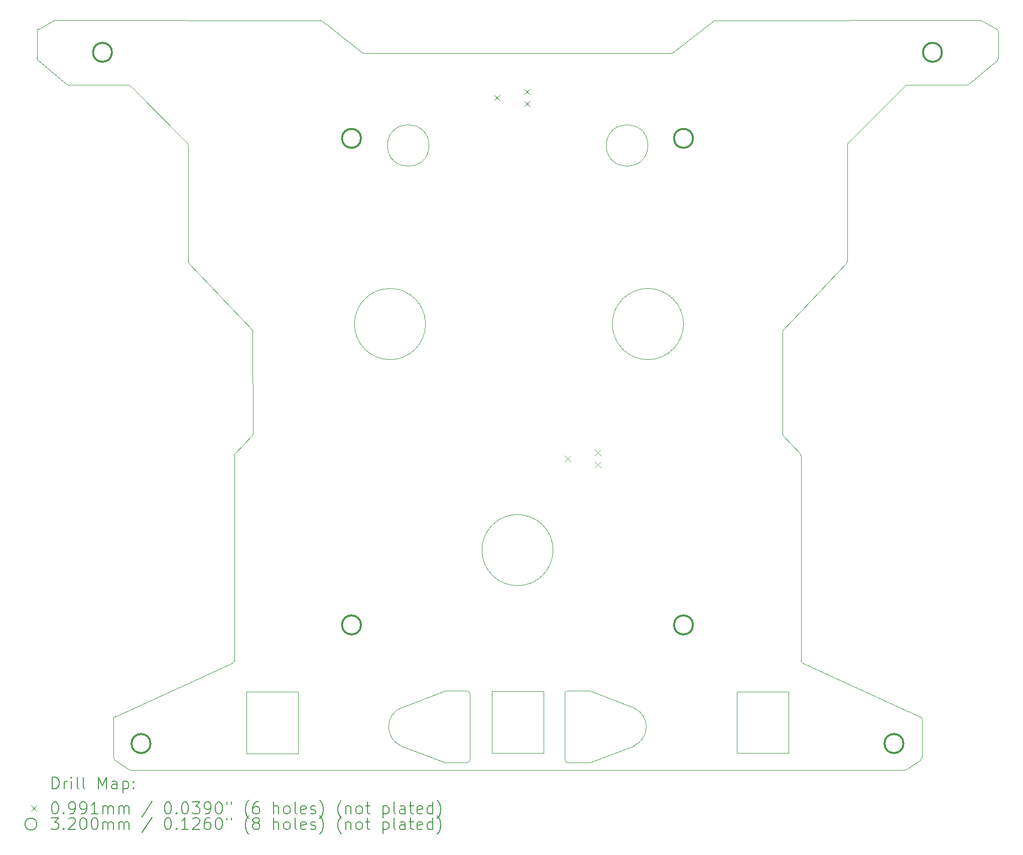
<source format=gbr>
%TF.GenerationSoftware,KiCad,Pcbnew,9.0.0*%
%TF.CreationDate,2025-03-18T22:36:04-07:00*%
%TF.ProjectId,steering wheel v4,73746565-7269-46e6-9720-776865656c20,B*%
%TF.SameCoordinates,Original*%
%TF.FileFunction,Drillmap*%
%TF.FilePolarity,Positive*%
%FSLAX45Y45*%
G04 Gerber Fmt 4.5, Leading zero omitted, Abs format (unit mm)*
G04 Created by KiCad (PCBNEW 9.0.0) date 2025-03-18 22:36:04*
%MOMM*%
%LPD*%
G01*
G04 APERTURE LIST*
%ADD10C,0.050000*%
%ADD11C,0.200000*%
%ADD12C,0.100000*%
%ADD13C,0.320000*%
G04 APERTURE END LIST*
D10*
X10709954Y-7767673D02*
G75*
G02*
X10723747Y-7801989I-36194J-34477D01*
G01*
X8670357Y-15200000D02*
X15195075Y-15200000D01*
X21728393Y-3665936D02*
X20767733Y-4626598D01*
X21728393Y-3665936D02*
G75*
G02*
X21763748Y-3651290I35357J-35354D01*
G01*
X14392000Y-15021221D02*
X14392000Y-13911221D01*
X20753088Y-4661952D02*
X20753088Y-6621239D01*
X22013038Y-14340931D02*
X22013038Y-14987505D01*
X7087112Y-2750819D02*
G75*
G02*
X7112971Y-2707036I49998J-1D01*
G01*
X22995149Y-2558644D02*
G75*
G02*
X23019324Y-2564857I31J-50017D01*
G01*
X20004776Y-13392137D02*
X21983799Y-14295446D01*
X20753088Y-4661952D02*
G75*
G02*
X20767734Y-4626597I49992J2D01*
G01*
X8670357Y-15200000D02*
G75*
G02*
X8642584Y-15191575I3J50000D01*
G01*
X7395000Y-2558644D02*
X11864912Y-2561530D01*
X17811605Y-3105691D02*
G75*
G02*
X17780820Y-3116291I-30785J39401D01*
G01*
X21747567Y-15191576D02*
G75*
G02*
X21719793Y-15199999I-27767J41556D01*
G01*
X22013038Y-14987505D02*
G75*
G02*
X21990813Y-15029084I-49998J-5D01*
G01*
X8377112Y-14340931D02*
G75*
G02*
X8406351Y-14295446I49998J2D01*
G01*
X22765042Y-3651291D02*
X21763748Y-3651291D01*
X19666402Y-7801989D02*
X19660605Y-9523879D01*
X13972680Y-13861000D02*
X14342030Y-13861221D01*
X13972680Y-15071000D02*
X14341970Y-15071221D01*
X21990812Y-15029082D02*
X21747567Y-15191576D01*
X19666402Y-7801989D02*
G75*
G02*
X19680194Y-7767670I50019J-171D01*
G01*
X23277180Y-2707034D02*
G75*
G02*
X23303036Y-2750819I-24130J-43776D01*
G01*
X20753088Y-6621239D02*
G75*
G02*
X20739293Y-6655724I-49998J-1D01*
G01*
X8399338Y-15029082D02*
X8642583Y-15191576D01*
X16040970Y-15071779D02*
G75*
G02*
X15991001Y-15021779I30J49999D01*
G01*
X16040970Y-15071779D02*
X16410320Y-15072000D01*
X23277180Y-2707034D02*
X23019324Y-2564858D01*
X15991000Y-13911779D02*
G75*
G02*
X16041030Y-13861780I50000J-1D01*
G01*
X10414612Y-13346651D02*
G75*
G02*
X10385374Y-13392137I-50002J1D01*
G01*
X10723748Y-7801989D02*
X10729545Y-9523879D01*
X19975538Y-9898607D02*
X19975538Y-13346651D01*
X12609329Y-3116291D02*
G75*
G02*
X12578545Y-3105691I1J50001D01*
G01*
X22995149Y-2558644D02*
X18525238Y-2561530D01*
X17391075Y-4669392D02*
G75*
G02*
X16691075Y-4669392I-350000J0D01*
G01*
X16691075Y-4669392D02*
G75*
G02*
X17391075Y-4669392I350000J0D01*
G01*
X18494486Y-2572131D02*
G75*
G02*
X18525238Y-2561530I30784J-39400D01*
G01*
X7370826Y-2564858D02*
G75*
G02*
X7395000Y-2558645I24134J-43762D01*
G01*
X9650856Y-6655724D02*
X10709954Y-7767673D01*
X19674178Y-9558298D02*
G75*
G02*
X19660606Y-9523879I36422J34248D01*
G01*
X10414612Y-9898607D02*
X10414612Y-13346651D01*
X7625107Y-3651291D02*
X8626402Y-3651291D01*
X22796905Y-3639824D02*
G75*
G02*
X22765042Y-3651292I-31866J38534D01*
G01*
X8377112Y-14340931D02*
X8377112Y-14987505D01*
X9622417Y-4626596D02*
G75*
G02*
X9637064Y-4661952I-35367J-35364D01*
G01*
X7105249Y-3236289D02*
X7593244Y-3639824D01*
X15792112Y-11488791D02*
G75*
G02*
X14592112Y-11488791I-600000J0D01*
G01*
X14592112Y-11488791D02*
G75*
G02*
X15792112Y-11488791I600000J0D01*
G01*
X23303038Y-3197757D02*
G75*
G02*
X23284899Y-3236287I-49988J-3D01*
G01*
X8661757Y-3665936D02*
X9622417Y-4626596D01*
X8399338Y-15029082D02*
G75*
G02*
X8377115Y-14987505I27772J41572D01*
G01*
X7625107Y-3651291D02*
G75*
G02*
X7593245Y-3639823I3J50001D01*
G01*
X10428186Y-9864355D02*
X10715971Y-9558298D01*
X13228680Y-14787000D02*
G75*
G02*
X13228680Y-14145000I140000J321000D01*
G01*
X7112970Y-2707034D02*
X7370826Y-2564858D01*
X16041030Y-13861779D02*
X16410320Y-13862000D01*
X20004776Y-13392137D02*
G75*
G02*
X19975538Y-13346651I20764J45487D01*
G01*
X23284901Y-3236289D02*
X22796905Y-3639824D01*
X13699075Y-4669392D02*
G75*
G02*
X12999075Y-4669392I-350000J0D01*
G01*
X12999075Y-4669392D02*
G75*
G02*
X13699075Y-4669392I350000J0D01*
G01*
X21719793Y-15200000D02*
X15195075Y-15200000D01*
X16410320Y-15072000D02*
X17154320Y-14788000D01*
X7087112Y-3197757D02*
X7087112Y-2750819D01*
X15991000Y-15021779D02*
X15991000Y-13911779D01*
X13642112Y-7678791D02*
G75*
G02*
X12442112Y-7678791I-600000J0D01*
G01*
X12442112Y-7678791D02*
G75*
G02*
X13642112Y-7678791I600000J0D01*
G01*
X17992112Y-7678791D02*
G75*
G02*
X16792112Y-7678791I-600000J0D01*
G01*
X16792112Y-7678791D02*
G75*
G02*
X17992112Y-7678791I600000J0D01*
G01*
X9650856Y-6655724D02*
G75*
G02*
X9637062Y-6621239I36204J34484D01*
G01*
X10729545Y-9523879D02*
G75*
G02*
X10715972Y-9558299I-49995J-171D01*
G01*
X10414612Y-9898607D02*
G75*
G02*
X10428188Y-9864357I49998J-3D01*
G01*
X20739293Y-6655724D02*
X19680196Y-7767673D01*
X14392000Y-15021221D02*
G75*
G02*
X14341970Y-15071220I-50000J1D01*
G01*
X9637062Y-4661952D02*
X9637062Y-6621239D01*
X11864912Y-2561530D02*
G75*
G02*
X11895664Y-2572130I-32J-50000D01*
G01*
X11895664Y-2572131D02*
X12578545Y-3105691D01*
X23303038Y-3197757D02*
X23303038Y-2750819D01*
X19961964Y-9864355D02*
X19674178Y-9558298D01*
X12609329Y-3116291D02*
X17780820Y-3116291D01*
X14342030Y-13861221D02*
G75*
G02*
X14391999Y-13911221I-30J-49999D01*
G01*
X13972680Y-15071000D02*
X13228680Y-14787000D01*
X17154320Y-14146000D02*
G75*
G02*
X17154320Y-14788000I-140000J-321000D01*
G01*
X16410320Y-13862000D02*
X17154320Y-14146000D01*
X13972680Y-13861000D02*
X13228680Y-14145000D01*
X7105249Y-3236289D02*
G75*
G02*
X7087110Y-3197757I31871J38539D01*
G01*
X10385374Y-13392137D02*
X8406351Y-14295446D01*
X18494486Y-2572131D02*
X17811605Y-3105691D01*
X21983799Y-14295446D02*
G75*
G02*
X22013038Y-14340931I-20759J-45484D01*
G01*
X8626402Y-3651291D02*
G75*
G02*
X8661756Y-3665937I-2J-49999D01*
G01*
X19961964Y-9864355D02*
G75*
G02*
X19975539Y-9898607I-36404J-34245D01*
G01*
X19764612Y-14908791D02*
X18894612Y-14908791D01*
X18894612Y-13873791D01*
X19764612Y-13873791D01*
X19764612Y-14908791D01*
X15629612Y-14906291D02*
X14759612Y-14906291D01*
X14759612Y-13871291D01*
X15629612Y-13871291D01*
X15629612Y-14906291D01*
X11494612Y-14913791D02*
X10624612Y-14913791D01*
X10624612Y-13878791D01*
X11494612Y-13878791D01*
X11494612Y-14913791D01*
D11*
D12*
X14796470Y-3813970D02*
X14895530Y-3913030D01*
X14895530Y-3813970D02*
X14796470Y-3913030D01*
X15304470Y-3712370D02*
X15403530Y-3811430D01*
X15403530Y-3712370D02*
X15304470Y-3811430D01*
X15304470Y-3915570D02*
X15403530Y-4014630D01*
X15403530Y-3915570D02*
X15304470Y-4014630D01*
X15992470Y-9898870D02*
X16091530Y-9997930D01*
X16091530Y-9898870D02*
X15992470Y-9997930D01*
X16500470Y-9797270D02*
X16599530Y-9896330D01*
X16599530Y-9797270D02*
X16500470Y-9896330D01*
X16500470Y-10000470D02*
X16599530Y-10099530D01*
X16599530Y-10000470D02*
X16500470Y-10099530D01*
D13*
X8352112Y-3098791D02*
G75*
G02*
X8032112Y-3098791I-160000J0D01*
G01*
X8032112Y-3098791D02*
G75*
G02*
X8352112Y-3098791I160000J0D01*
G01*
X9002112Y-14748791D02*
G75*
G02*
X8682112Y-14748791I-160000J0D01*
G01*
X8682112Y-14748791D02*
G75*
G02*
X9002112Y-14748791I160000J0D01*
G01*
X12552112Y-4548791D02*
G75*
G02*
X12232112Y-4548791I-160000J0D01*
G01*
X12232112Y-4548791D02*
G75*
G02*
X12552112Y-4548791I160000J0D01*
G01*
X12552112Y-12750000D02*
G75*
G02*
X12232112Y-12750000I-160000J0D01*
G01*
X12232112Y-12750000D02*
G75*
G02*
X12552112Y-12750000I160000J0D01*
G01*
X18152112Y-4548791D02*
G75*
G02*
X17832112Y-4548791I-160000J0D01*
G01*
X17832112Y-4548791D02*
G75*
G02*
X18152112Y-4548791I160000J0D01*
G01*
X18152112Y-12750000D02*
G75*
G02*
X17832112Y-12750000I-160000J0D01*
G01*
X17832112Y-12750000D02*
G75*
G02*
X18152112Y-12750000I160000J0D01*
G01*
X21702112Y-14748791D02*
G75*
G02*
X21382112Y-14748791I-160000J0D01*
G01*
X21382112Y-14748791D02*
G75*
G02*
X21702112Y-14748791I160000J0D01*
G01*
X22352112Y-3098791D02*
G75*
G02*
X22032112Y-3098791I-160000J0D01*
G01*
X22032112Y-3098791D02*
G75*
G02*
X22352112Y-3098791I160000J0D01*
G01*
D11*
X7345389Y-15513984D02*
X7345389Y-15313984D01*
X7345389Y-15313984D02*
X7393008Y-15313984D01*
X7393008Y-15313984D02*
X7421579Y-15323508D01*
X7421579Y-15323508D02*
X7440627Y-15342555D01*
X7440627Y-15342555D02*
X7450151Y-15361603D01*
X7450151Y-15361603D02*
X7459675Y-15399698D01*
X7459675Y-15399698D02*
X7459675Y-15428269D01*
X7459675Y-15428269D02*
X7450151Y-15466365D01*
X7450151Y-15466365D02*
X7440627Y-15485412D01*
X7440627Y-15485412D02*
X7421579Y-15504460D01*
X7421579Y-15504460D02*
X7393008Y-15513984D01*
X7393008Y-15513984D02*
X7345389Y-15513984D01*
X7545389Y-15513984D02*
X7545389Y-15380650D01*
X7545389Y-15418746D02*
X7554913Y-15399698D01*
X7554913Y-15399698D02*
X7564437Y-15390174D01*
X7564437Y-15390174D02*
X7583484Y-15380650D01*
X7583484Y-15380650D02*
X7602532Y-15380650D01*
X7669198Y-15513984D02*
X7669198Y-15380650D01*
X7669198Y-15313984D02*
X7659675Y-15323508D01*
X7659675Y-15323508D02*
X7669198Y-15333031D01*
X7669198Y-15333031D02*
X7678722Y-15323508D01*
X7678722Y-15323508D02*
X7669198Y-15313984D01*
X7669198Y-15313984D02*
X7669198Y-15333031D01*
X7793008Y-15513984D02*
X7773960Y-15504460D01*
X7773960Y-15504460D02*
X7764437Y-15485412D01*
X7764437Y-15485412D02*
X7764437Y-15313984D01*
X7897770Y-15513984D02*
X7878722Y-15504460D01*
X7878722Y-15504460D02*
X7869198Y-15485412D01*
X7869198Y-15485412D02*
X7869198Y-15313984D01*
X8126341Y-15513984D02*
X8126341Y-15313984D01*
X8126341Y-15313984D02*
X8193008Y-15456841D01*
X8193008Y-15456841D02*
X8259675Y-15313984D01*
X8259675Y-15313984D02*
X8259675Y-15513984D01*
X8440627Y-15513984D02*
X8440627Y-15409222D01*
X8440627Y-15409222D02*
X8431103Y-15390174D01*
X8431103Y-15390174D02*
X8412056Y-15380650D01*
X8412056Y-15380650D02*
X8373960Y-15380650D01*
X8373960Y-15380650D02*
X8354913Y-15390174D01*
X8440627Y-15504460D02*
X8421580Y-15513984D01*
X8421580Y-15513984D02*
X8373960Y-15513984D01*
X8373960Y-15513984D02*
X8354913Y-15504460D01*
X8354913Y-15504460D02*
X8345389Y-15485412D01*
X8345389Y-15485412D02*
X8345389Y-15466365D01*
X8345389Y-15466365D02*
X8354913Y-15447317D01*
X8354913Y-15447317D02*
X8373960Y-15437793D01*
X8373960Y-15437793D02*
X8421580Y-15437793D01*
X8421580Y-15437793D02*
X8440627Y-15428269D01*
X8535865Y-15380650D02*
X8535865Y-15580650D01*
X8535865Y-15390174D02*
X8554913Y-15380650D01*
X8554913Y-15380650D02*
X8593008Y-15380650D01*
X8593008Y-15380650D02*
X8612056Y-15390174D01*
X8612056Y-15390174D02*
X8621580Y-15399698D01*
X8621580Y-15399698D02*
X8631103Y-15418746D01*
X8631103Y-15418746D02*
X8631103Y-15475888D01*
X8631103Y-15475888D02*
X8621580Y-15494936D01*
X8621580Y-15494936D02*
X8612056Y-15504460D01*
X8612056Y-15504460D02*
X8593008Y-15513984D01*
X8593008Y-15513984D02*
X8554913Y-15513984D01*
X8554913Y-15513984D02*
X8535865Y-15504460D01*
X8716818Y-15494936D02*
X8726341Y-15504460D01*
X8726341Y-15504460D02*
X8716818Y-15513984D01*
X8716818Y-15513984D02*
X8707294Y-15504460D01*
X8707294Y-15504460D02*
X8716818Y-15494936D01*
X8716818Y-15494936D02*
X8716818Y-15513984D01*
X8716818Y-15390174D02*
X8726341Y-15399698D01*
X8726341Y-15399698D02*
X8716818Y-15409222D01*
X8716818Y-15409222D02*
X8707294Y-15399698D01*
X8707294Y-15399698D02*
X8716818Y-15390174D01*
X8716818Y-15390174D02*
X8716818Y-15409222D01*
D12*
X6985552Y-15792970D02*
X7084612Y-15892030D01*
X7084612Y-15792970D02*
X6985552Y-15892030D01*
D11*
X7383484Y-15733984D02*
X7402532Y-15733984D01*
X7402532Y-15733984D02*
X7421579Y-15743508D01*
X7421579Y-15743508D02*
X7431103Y-15753031D01*
X7431103Y-15753031D02*
X7440627Y-15772079D01*
X7440627Y-15772079D02*
X7450151Y-15810174D01*
X7450151Y-15810174D02*
X7450151Y-15857793D01*
X7450151Y-15857793D02*
X7440627Y-15895888D01*
X7440627Y-15895888D02*
X7431103Y-15914936D01*
X7431103Y-15914936D02*
X7421579Y-15924460D01*
X7421579Y-15924460D02*
X7402532Y-15933984D01*
X7402532Y-15933984D02*
X7383484Y-15933984D01*
X7383484Y-15933984D02*
X7364437Y-15924460D01*
X7364437Y-15924460D02*
X7354913Y-15914936D01*
X7354913Y-15914936D02*
X7345389Y-15895888D01*
X7345389Y-15895888D02*
X7335865Y-15857793D01*
X7335865Y-15857793D02*
X7335865Y-15810174D01*
X7335865Y-15810174D02*
X7345389Y-15772079D01*
X7345389Y-15772079D02*
X7354913Y-15753031D01*
X7354913Y-15753031D02*
X7364437Y-15743508D01*
X7364437Y-15743508D02*
X7383484Y-15733984D01*
X7535865Y-15914936D02*
X7545389Y-15924460D01*
X7545389Y-15924460D02*
X7535865Y-15933984D01*
X7535865Y-15933984D02*
X7526341Y-15924460D01*
X7526341Y-15924460D02*
X7535865Y-15914936D01*
X7535865Y-15914936D02*
X7535865Y-15933984D01*
X7640627Y-15933984D02*
X7678722Y-15933984D01*
X7678722Y-15933984D02*
X7697770Y-15924460D01*
X7697770Y-15924460D02*
X7707294Y-15914936D01*
X7707294Y-15914936D02*
X7726341Y-15886365D01*
X7726341Y-15886365D02*
X7735865Y-15848269D01*
X7735865Y-15848269D02*
X7735865Y-15772079D01*
X7735865Y-15772079D02*
X7726341Y-15753031D01*
X7726341Y-15753031D02*
X7716818Y-15743508D01*
X7716818Y-15743508D02*
X7697770Y-15733984D01*
X7697770Y-15733984D02*
X7659675Y-15733984D01*
X7659675Y-15733984D02*
X7640627Y-15743508D01*
X7640627Y-15743508D02*
X7631103Y-15753031D01*
X7631103Y-15753031D02*
X7621579Y-15772079D01*
X7621579Y-15772079D02*
X7621579Y-15819698D01*
X7621579Y-15819698D02*
X7631103Y-15838746D01*
X7631103Y-15838746D02*
X7640627Y-15848269D01*
X7640627Y-15848269D02*
X7659675Y-15857793D01*
X7659675Y-15857793D02*
X7697770Y-15857793D01*
X7697770Y-15857793D02*
X7716818Y-15848269D01*
X7716818Y-15848269D02*
X7726341Y-15838746D01*
X7726341Y-15838746D02*
X7735865Y-15819698D01*
X7831103Y-15933984D02*
X7869198Y-15933984D01*
X7869198Y-15933984D02*
X7888246Y-15924460D01*
X7888246Y-15924460D02*
X7897770Y-15914936D01*
X7897770Y-15914936D02*
X7916818Y-15886365D01*
X7916818Y-15886365D02*
X7926341Y-15848269D01*
X7926341Y-15848269D02*
X7926341Y-15772079D01*
X7926341Y-15772079D02*
X7916818Y-15753031D01*
X7916818Y-15753031D02*
X7907294Y-15743508D01*
X7907294Y-15743508D02*
X7888246Y-15733984D01*
X7888246Y-15733984D02*
X7850151Y-15733984D01*
X7850151Y-15733984D02*
X7831103Y-15743508D01*
X7831103Y-15743508D02*
X7821579Y-15753031D01*
X7821579Y-15753031D02*
X7812056Y-15772079D01*
X7812056Y-15772079D02*
X7812056Y-15819698D01*
X7812056Y-15819698D02*
X7821579Y-15838746D01*
X7821579Y-15838746D02*
X7831103Y-15848269D01*
X7831103Y-15848269D02*
X7850151Y-15857793D01*
X7850151Y-15857793D02*
X7888246Y-15857793D01*
X7888246Y-15857793D02*
X7907294Y-15848269D01*
X7907294Y-15848269D02*
X7916818Y-15838746D01*
X7916818Y-15838746D02*
X7926341Y-15819698D01*
X8116818Y-15933984D02*
X8002532Y-15933984D01*
X8059675Y-15933984D02*
X8059675Y-15733984D01*
X8059675Y-15733984D02*
X8040627Y-15762555D01*
X8040627Y-15762555D02*
X8021579Y-15781603D01*
X8021579Y-15781603D02*
X8002532Y-15791127D01*
X8202532Y-15933984D02*
X8202532Y-15800650D01*
X8202532Y-15819698D02*
X8212056Y-15810174D01*
X8212056Y-15810174D02*
X8231103Y-15800650D01*
X8231103Y-15800650D02*
X8259675Y-15800650D01*
X8259675Y-15800650D02*
X8278722Y-15810174D01*
X8278722Y-15810174D02*
X8288246Y-15829222D01*
X8288246Y-15829222D02*
X8288246Y-15933984D01*
X8288246Y-15829222D02*
X8297770Y-15810174D01*
X8297770Y-15810174D02*
X8316818Y-15800650D01*
X8316818Y-15800650D02*
X8345389Y-15800650D01*
X8345389Y-15800650D02*
X8364437Y-15810174D01*
X8364437Y-15810174D02*
X8373960Y-15829222D01*
X8373960Y-15829222D02*
X8373960Y-15933984D01*
X8469199Y-15933984D02*
X8469199Y-15800650D01*
X8469199Y-15819698D02*
X8478722Y-15810174D01*
X8478722Y-15810174D02*
X8497770Y-15800650D01*
X8497770Y-15800650D02*
X8526342Y-15800650D01*
X8526342Y-15800650D02*
X8545389Y-15810174D01*
X8545389Y-15810174D02*
X8554913Y-15829222D01*
X8554913Y-15829222D02*
X8554913Y-15933984D01*
X8554913Y-15829222D02*
X8564437Y-15810174D01*
X8564437Y-15810174D02*
X8583484Y-15800650D01*
X8583484Y-15800650D02*
X8612056Y-15800650D01*
X8612056Y-15800650D02*
X8631103Y-15810174D01*
X8631103Y-15810174D02*
X8640627Y-15829222D01*
X8640627Y-15829222D02*
X8640627Y-15933984D01*
X9031103Y-15724460D02*
X8859675Y-15981603D01*
X9288246Y-15733984D02*
X9307294Y-15733984D01*
X9307294Y-15733984D02*
X9326342Y-15743508D01*
X9326342Y-15743508D02*
X9335865Y-15753031D01*
X9335865Y-15753031D02*
X9345389Y-15772079D01*
X9345389Y-15772079D02*
X9354913Y-15810174D01*
X9354913Y-15810174D02*
X9354913Y-15857793D01*
X9354913Y-15857793D02*
X9345389Y-15895888D01*
X9345389Y-15895888D02*
X9335865Y-15914936D01*
X9335865Y-15914936D02*
X9326342Y-15924460D01*
X9326342Y-15924460D02*
X9307294Y-15933984D01*
X9307294Y-15933984D02*
X9288246Y-15933984D01*
X9288246Y-15933984D02*
X9269199Y-15924460D01*
X9269199Y-15924460D02*
X9259675Y-15914936D01*
X9259675Y-15914936D02*
X9250151Y-15895888D01*
X9250151Y-15895888D02*
X9240627Y-15857793D01*
X9240627Y-15857793D02*
X9240627Y-15810174D01*
X9240627Y-15810174D02*
X9250151Y-15772079D01*
X9250151Y-15772079D02*
X9259675Y-15753031D01*
X9259675Y-15753031D02*
X9269199Y-15743508D01*
X9269199Y-15743508D02*
X9288246Y-15733984D01*
X9440627Y-15914936D02*
X9450151Y-15924460D01*
X9450151Y-15924460D02*
X9440627Y-15933984D01*
X9440627Y-15933984D02*
X9431104Y-15924460D01*
X9431104Y-15924460D02*
X9440627Y-15914936D01*
X9440627Y-15914936D02*
X9440627Y-15933984D01*
X9573961Y-15733984D02*
X9593008Y-15733984D01*
X9593008Y-15733984D02*
X9612056Y-15743508D01*
X9612056Y-15743508D02*
X9621580Y-15753031D01*
X9621580Y-15753031D02*
X9631104Y-15772079D01*
X9631104Y-15772079D02*
X9640627Y-15810174D01*
X9640627Y-15810174D02*
X9640627Y-15857793D01*
X9640627Y-15857793D02*
X9631104Y-15895888D01*
X9631104Y-15895888D02*
X9621580Y-15914936D01*
X9621580Y-15914936D02*
X9612056Y-15924460D01*
X9612056Y-15924460D02*
X9593008Y-15933984D01*
X9593008Y-15933984D02*
X9573961Y-15933984D01*
X9573961Y-15933984D02*
X9554913Y-15924460D01*
X9554913Y-15924460D02*
X9545389Y-15914936D01*
X9545389Y-15914936D02*
X9535865Y-15895888D01*
X9535865Y-15895888D02*
X9526342Y-15857793D01*
X9526342Y-15857793D02*
X9526342Y-15810174D01*
X9526342Y-15810174D02*
X9535865Y-15772079D01*
X9535865Y-15772079D02*
X9545389Y-15753031D01*
X9545389Y-15753031D02*
X9554913Y-15743508D01*
X9554913Y-15743508D02*
X9573961Y-15733984D01*
X9707294Y-15733984D02*
X9831104Y-15733984D01*
X9831104Y-15733984D02*
X9764437Y-15810174D01*
X9764437Y-15810174D02*
X9793008Y-15810174D01*
X9793008Y-15810174D02*
X9812056Y-15819698D01*
X9812056Y-15819698D02*
X9821580Y-15829222D01*
X9821580Y-15829222D02*
X9831104Y-15848269D01*
X9831104Y-15848269D02*
X9831104Y-15895888D01*
X9831104Y-15895888D02*
X9821580Y-15914936D01*
X9821580Y-15914936D02*
X9812056Y-15924460D01*
X9812056Y-15924460D02*
X9793008Y-15933984D01*
X9793008Y-15933984D02*
X9735865Y-15933984D01*
X9735865Y-15933984D02*
X9716818Y-15924460D01*
X9716818Y-15924460D02*
X9707294Y-15914936D01*
X9926342Y-15933984D02*
X9964437Y-15933984D01*
X9964437Y-15933984D02*
X9983485Y-15924460D01*
X9983485Y-15924460D02*
X9993008Y-15914936D01*
X9993008Y-15914936D02*
X10012056Y-15886365D01*
X10012056Y-15886365D02*
X10021580Y-15848269D01*
X10021580Y-15848269D02*
X10021580Y-15772079D01*
X10021580Y-15772079D02*
X10012056Y-15753031D01*
X10012056Y-15753031D02*
X10002532Y-15743508D01*
X10002532Y-15743508D02*
X9983485Y-15733984D01*
X9983485Y-15733984D02*
X9945389Y-15733984D01*
X9945389Y-15733984D02*
X9926342Y-15743508D01*
X9926342Y-15743508D02*
X9916818Y-15753031D01*
X9916818Y-15753031D02*
X9907294Y-15772079D01*
X9907294Y-15772079D02*
X9907294Y-15819698D01*
X9907294Y-15819698D02*
X9916818Y-15838746D01*
X9916818Y-15838746D02*
X9926342Y-15848269D01*
X9926342Y-15848269D02*
X9945389Y-15857793D01*
X9945389Y-15857793D02*
X9983485Y-15857793D01*
X9983485Y-15857793D02*
X10002532Y-15848269D01*
X10002532Y-15848269D02*
X10012056Y-15838746D01*
X10012056Y-15838746D02*
X10021580Y-15819698D01*
X10145389Y-15733984D02*
X10164437Y-15733984D01*
X10164437Y-15733984D02*
X10183485Y-15743508D01*
X10183485Y-15743508D02*
X10193008Y-15753031D01*
X10193008Y-15753031D02*
X10202532Y-15772079D01*
X10202532Y-15772079D02*
X10212056Y-15810174D01*
X10212056Y-15810174D02*
X10212056Y-15857793D01*
X10212056Y-15857793D02*
X10202532Y-15895888D01*
X10202532Y-15895888D02*
X10193008Y-15914936D01*
X10193008Y-15914936D02*
X10183485Y-15924460D01*
X10183485Y-15924460D02*
X10164437Y-15933984D01*
X10164437Y-15933984D02*
X10145389Y-15933984D01*
X10145389Y-15933984D02*
X10126342Y-15924460D01*
X10126342Y-15924460D02*
X10116818Y-15914936D01*
X10116818Y-15914936D02*
X10107294Y-15895888D01*
X10107294Y-15895888D02*
X10097770Y-15857793D01*
X10097770Y-15857793D02*
X10097770Y-15810174D01*
X10097770Y-15810174D02*
X10107294Y-15772079D01*
X10107294Y-15772079D02*
X10116818Y-15753031D01*
X10116818Y-15753031D02*
X10126342Y-15743508D01*
X10126342Y-15743508D02*
X10145389Y-15733984D01*
X10288246Y-15733984D02*
X10288246Y-15772079D01*
X10364437Y-15733984D02*
X10364437Y-15772079D01*
X10659675Y-16010174D02*
X10650151Y-16000650D01*
X10650151Y-16000650D02*
X10631104Y-15972079D01*
X10631104Y-15972079D02*
X10621580Y-15953031D01*
X10621580Y-15953031D02*
X10612056Y-15924460D01*
X10612056Y-15924460D02*
X10602532Y-15876841D01*
X10602532Y-15876841D02*
X10602532Y-15838746D01*
X10602532Y-15838746D02*
X10612056Y-15791127D01*
X10612056Y-15791127D02*
X10621580Y-15762555D01*
X10621580Y-15762555D02*
X10631104Y-15743508D01*
X10631104Y-15743508D02*
X10650151Y-15714936D01*
X10650151Y-15714936D02*
X10659675Y-15705412D01*
X10821580Y-15733984D02*
X10783485Y-15733984D01*
X10783485Y-15733984D02*
X10764437Y-15743508D01*
X10764437Y-15743508D02*
X10754913Y-15753031D01*
X10754913Y-15753031D02*
X10735866Y-15781603D01*
X10735866Y-15781603D02*
X10726342Y-15819698D01*
X10726342Y-15819698D02*
X10726342Y-15895888D01*
X10726342Y-15895888D02*
X10735866Y-15914936D01*
X10735866Y-15914936D02*
X10745389Y-15924460D01*
X10745389Y-15924460D02*
X10764437Y-15933984D01*
X10764437Y-15933984D02*
X10802532Y-15933984D01*
X10802532Y-15933984D02*
X10821580Y-15924460D01*
X10821580Y-15924460D02*
X10831104Y-15914936D01*
X10831104Y-15914936D02*
X10840627Y-15895888D01*
X10840627Y-15895888D02*
X10840627Y-15848269D01*
X10840627Y-15848269D02*
X10831104Y-15829222D01*
X10831104Y-15829222D02*
X10821580Y-15819698D01*
X10821580Y-15819698D02*
X10802532Y-15810174D01*
X10802532Y-15810174D02*
X10764437Y-15810174D01*
X10764437Y-15810174D02*
X10745389Y-15819698D01*
X10745389Y-15819698D02*
X10735866Y-15829222D01*
X10735866Y-15829222D02*
X10726342Y-15848269D01*
X11078723Y-15933984D02*
X11078723Y-15733984D01*
X11164437Y-15933984D02*
X11164437Y-15829222D01*
X11164437Y-15829222D02*
X11154913Y-15810174D01*
X11154913Y-15810174D02*
X11135866Y-15800650D01*
X11135866Y-15800650D02*
X11107294Y-15800650D01*
X11107294Y-15800650D02*
X11088247Y-15810174D01*
X11088247Y-15810174D02*
X11078723Y-15819698D01*
X11288246Y-15933984D02*
X11269199Y-15924460D01*
X11269199Y-15924460D02*
X11259675Y-15914936D01*
X11259675Y-15914936D02*
X11250151Y-15895888D01*
X11250151Y-15895888D02*
X11250151Y-15838746D01*
X11250151Y-15838746D02*
X11259675Y-15819698D01*
X11259675Y-15819698D02*
X11269199Y-15810174D01*
X11269199Y-15810174D02*
X11288246Y-15800650D01*
X11288246Y-15800650D02*
X11316818Y-15800650D01*
X11316818Y-15800650D02*
X11335866Y-15810174D01*
X11335866Y-15810174D02*
X11345389Y-15819698D01*
X11345389Y-15819698D02*
X11354913Y-15838746D01*
X11354913Y-15838746D02*
X11354913Y-15895888D01*
X11354913Y-15895888D02*
X11345389Y-15914936D01*
X11345389Y-15914936D02*
X11335866Y-15924460D01*
X11335866Y-15924460D02*
X11316818Y-15933984D01*
X11316818Y-15933984D02*
X11288246Y-15933984D01*
X11469199Y-15933984D02*
X11450151Y-15924460D01*
X11450151Y-15924460D02*
X11440627Y-15905412D01*
X11440627Y-15905412D02*
X11440627Y-15733984D01*
X11621580Y-15924460D02*
X11602532Y-15933984D01*
X11602532Y-15933984D02*
X11564437Y-15933984D01*
X11564437Y-15933984D02*
X11545389Y-15924460D01*
X11545389Y-15924460D02*
X11535866Y-15905412D01*
X11535866Y-15905412D02*
X11535866Y-15829222D01*
X11535866Y-15829222D02*
X11545389Y-15810174D01*
X11545389Y-15810174D02*
X11564437Y-15800650D01*
X11564437Y-15800650D02*
X11602532Y-15800650D01*
X11602532Y-15800650D02*
X11621580Y-15810174D01*
X11621580Y-15810174D02*
X11631104Y-15829222D01*
X11631104Y-15829222D02*
X11631104Y-15848269D01*
X11631104Y-15848269D02*
X11535866Y-15867317D01*
X11707294Y-15924460D02*
X11726342Y-15933984D01*
X11726342Y-15933984D02*
X11764437Y-15933984D01*
X11764437Y-15933984D02*
X11783485Y-15924460D01*
X11783485Y-15924460D02*
X11793008Y-15905412D01*
X11793008Y-15905412D02*
X11793008Y-15895888D01*
X11793008Y-15895888D02*
X11783485Y-15876841D01*
X11783485Y-15876841D02*
X11764437Y-15867317D01*
X11764437Y-15867317D02*
X11735866Y-15867317D01*
X11735866Y-15867317D02*
X11716818Y-15857793D01*
X11716818Y-15857793D02*
X11707294Y-15838746D01*
X11707294Y-15838746D02*
X11707294Y-15829222D01*
X11707294Y-15829222D02*
X11716818Y-15810174D01*
X11716818Y-15810174D02*
X11735866Y-15800650D01*
X11735866Y-15800650D02*
X11764437Y-15800650D01*
X11764437Y-15800650D02*
X11783485Y-15810174D01*
X11859675Y-16010174D02*
X11869199Y-16000650D01*
X11869199Y-16000650D02*
X11888247Y-15972079D01*
X11888247Y-15972079D02*
X11897770Y-15953031D01*
X11897770Y-15953031D02*
X11907294Y-15924460D01*
X11907294Y-15924460D02*
X11916818Y-15876841D01*
X11916818Y-15876841D02*
X11916818Y-15838746D01*
X11916818Y-15838746D02*
X11907294Y-15791127D01*
X11907294Y-15791127D02*
X11897770Y-15762555D01*
X11897770Y-15762555D02*
X11888247Y-15743508D01*
X11888247Y-15743508D02*
X11869199Y-15714936D01*
X11869199Y-15714936D02*
X11859675Y-15705412D01*
X12221580Y-16010174D02*
X12212056Y-16000650D01*
X12212056Y-16000650D02*
X12193008Y-15972079D01*
X12193008Y-15972079D02*
X12183485Y-15953031D01*
X12183485Y-15953031D02*
X12173961Y-15924460D01*
X12173961Y-15924460D02*
X12164437Y-15876841D01*
X12164437Y-15876841D02*
X12164437Y-15838746D01*
X12164437Y-15838746D02*
X12173961Y-15791127D01*
X12173961Y-15791127D02*
X12183485Y-15762555D01*
X12183485Y-15762555D02*
X12193008Y-15743508D01*
X12193008Y-15743508D02*
X12212056Y-15714936D01*
X12212056Y-15714936D02*
X12221580Y-15705412D01*
X12297770Y-15800650D02*
X12297770Y-15933984D01*
X12297770Y-15819698D02*
X12307294Y-15810174D01*
X12307294Y-15810174D02*
X12326342Y-15800650D01*
X12326342Y-15800650D02*
X12354913Y-15800650D01*
X12354913Y-15800650D02*
X12373961Y-15810174D01*
X12373961Y-15810174D02*
X12383485Y-15829222D01*
X12383485Y-15829222D02*
X12383485Y-15933984D01*
X12507294Y-15933984D02*
X12488247Y-15924460D01*
X12488247Y-15924460D02*
X12478723Y-15914936D01*
X12478723Y-15914936D02*
X12469199Y-15895888D01*
X12469199Y-15895888D02*
X12469199Y-15838746D01*
X12469199Y-15838746D02*
X12478723Y-15819698D01*
X12478723Y-15819698D02*
X12488247Y-15810174D01*
X12488247Y-15810174D02*
X12507294Y-15800650D01*
X12507294Y-15800650D02*
X12535866Y-15800650D01*
X12535866Y-15800650D02*
X12554913Y-15810174D01*
X12554913Y-15810174D02*
X12564437Y-15819698D01*
X12564437Y-15819698D02*
X12573961Y-15838746D01*
X12573961Y-15838746D02*
X12573961Y-15895888D01*
X12573961Y-15895888D02*
X12564437Y-15914936D01*
X12564437Y-15914936D02*
X12554913Y-15924460D01*
X12554913Y-15924460D02*
X12535866Y-15933984D01*
X12535866Y-15933984D02*
X12507294Y-15933984D01*
X12631104Y-15800650D02*
X12707294Y-15800650D01*
X12659675Y-15733984D02*
X12659675Y-15905412D01*
X12659675Y-15905412D02*
X12669199Y-15924460D01*
X12669199Y-15924460D02*
X12688247Y-15933984D01*
X12688247Y-15933984D02*
X12707294Y-15933984D01*
X12926342Y-15800650D02*
X12926342Y-16000650D01*
X12926342Y-15810174D02*
X12945389Y-15800650D01*
X12945389Y-15800650D02*
X12983485Y-15800650D01*
X12983485Y-15800650D02*
X13002532Y-15810174D01*
X13002532Y-15810174D02*
X13012056Y-15819698D01*
X13012056Y-15819698D02*
X13021580Y-15838746D01*
X13021580Y-15838746D02*
X13021580Y-15895888D01*
X13021580Y-15895888D02*
X13012056Y-15914936D01*
X13012056Y-15914936D02*
X13002532Y-15924460D01*
X13002532Y-15924460D02*
X12983485Y-15933984D01*
X12983485Y-15933984D02*
X12945389Y-15933984D01*
X12945389Y-15933984D02*
X12926342Y-15924460D01*
X13135866Y-15933984D02*
X13116818Y-15924460D01*
X13116818Y-15924460D02*
X13107294Y-15905412D01*
X13107294Y-15905412D02*
X13107294Y-15733984D01*
X13297770Y-15933984D02*
X13297770Y-15829222D01*
X13297770Y-15829222D02*
X13288247Y-15810174D01*
X13288247Y-15810174D02*
X13269199Y-15800650D01*
X13269199Y-15800650D02*
X13231104Y-15800650D01*
X13231104Y-15800650D02*
X13212056Y-15810174D01*
X13297770Y-15924460D02*
X13278723Y-15933984D01*
X13278723Y-15933984D02*
X13231104Y-15933984D01*
X13231104Y-15933984D02*
X13212056Y-15924460D01*
X13212056Y-15924460D02*
X13202532Y-15905412D01*
X13202532Y-15905412D02*
X13202532Y-15886365D01*
X13202532Y-15886365D02*
X13212056Y-15867317D01*
X13212056Y-15867317D02*
X13231104Y-15857793D01*
X13231104Y-15857793D02*
X13278723Y-15857793D01*
X13278723Y-15857793D02*
X13297770Y-15848269D01*
X13364437Y-15800650D02*
X13440628Y-15800650D01*
X13393009Y-15733984D02*
X13393009Y-15905412D01*
X13393009Y-15905412D02*
X13402532Y-15924460D01*
X13402532Y-15924460D02*
X13421580Y-15933984D01*
X13421580Y-15933984D02*
X13440628Y-15933984D01*
X13583485Y-15924460D02*
X13564437Y-15933984D01*
X13564437Y-15933984D02*
X13526342Y-15933984D01*
X13526342Y-15933984D02*
X13507294Y-15924460D01*
X13507294Y-15924460D02*
X13497770Y-15905412D01*
X13497770Y-15905412D02*
X13497770Y-15829222D01*
X13497770Y-15829222D02*
X13507294Y-15810174D01*
X13507294Y-15810174D02*
X13526342Y-15800650D01*
X13526342Y-15800650D02*
X13564437Y-15800650D01*
X13564437Y-15800650D02*
X13583485Y-15810174D01*
X13583485Y-15810174D02*
X13593009Y-15829222D01*
X13593009Y-15829222D02*
X13593009Y-15848269D01*
X13593009Y-15848269D02*
X13497770Y-15867317D01*
X13764437Y-15933984D02*
X13764437Y-15733984D01*
X13764437Y-15924460D02*
X13745390Y-15933984D01*
X13745390Y-15933984D02*
X13707294Y-15933984D01*
X13707294Y-15933984D02*
X13688247Y-15924460D01*
X13688247Y-15924460D02*
X13678723Y-15914936D01*
X13678723Y-15914936D02*
X13669199Y-15895888D01*
X13669199Y-15895888D02*
X13669199Y-15838746D01*
X13669199Y-15838746D02*
X13678723Y-15819698D01*
X13678723Y-15819698D02*
X13688247Y-15810174D01*
X13688247Y-15810174D02*
X13707294Y-15800650D01*
X13707294Y-15800650D02*
X13745390Y-15800650D01*
X13745390Y-15800650D02*
X13764437Y-15810174D01*
X13840628Y-16010174D02*
X13850151Y-16000650D01*
X13850151Y-16000650D02*
X13869199Y-15972079D01*
X13869199Y-15972079D02*
X13878723Y-15953031D01*
X13878723Y-15953031D02*
X13888247Y-15924460D01*
X13888247Y-15924460D02*
X13897770Y-15876841D01*
X13897770Y-15876841D02*
X13897770Y-15838746D01*
X13897770Y-15838746D02*
X13888247Y-15791127D01*
X13888247Y-15791127D02*
X13878723Y-15762555D01*
X13878723Y-15762555D02*
X13869199Y-15743508D01*
X13869199Y-15743508D02*
X13850151Y-15714936D01*
X13850151Y-15714936D02*
X13840628Y-15705412D01*
X7084612Y-16106500D02*
G75*
G02*
X6884612Y-16106500I-100000J0D01*
G01*
X6884612Y-16106500D02*
G75*
G02*
X7084612Y-16106500I100000J0D01*
G01*
X7326341Y-15997984D02*
X7450151Y-15997984D01*
X7450151Y-15997984D02*
X7383484Y-16074174D01*
X7383484Y-16074174D02*
X7412056Y-16074174D01*
X7412056Y-16074174D02*
X7431103Y-16083698D01*
X7431103Y-16083698D02*
X7440627Y-16093222D01*
X7440627Y-16093222D02*
X7450151Y-16112269D01*
X7450151Y-16112269D02*
X7450151Y-16159888D01*
X7450151Y-16159888D02*
X7440627Y-16178936D01*
X7440627Y-16178936D02*
X7431103Y-16188460D01*
X7431103Y-16188460D02*
X7412056Y-16197984D01*
X7412056Y-16197984D02*
X7354913Y-16197984D01*
X7354913Y-16197984D02*
X7335865Y-16188460D01*
X7335865Y-16188460D02*
X7326341Y-16178936D01*
X7535865Y-16178936D02*
X7545389Y-16188460D01*
X7545389Y-16188460D02*
X7535865Y-16197984D01*
X7535865Y-16197984D02*
X7526341Y-16188460D01*
X7526341Y-16188460D02*
X7535865Y-16178936D01*
X7535865Y-16178936D02*
X7535865Y-16197984D01*
X7621579Y-16017031D02*
X7631103Y-16007508D01*
X7631103Y-16007508D02*
X7650151Y-15997984D01*
X7650151Y-15997984D02*
X7697770Y-15997984D01*
X7697770Y-15997984D02*
X7716818Y-16007508D01*
X7716818Y-16007508D02*
X7726341Y-16017031D01*
X7726341Y-16017031D02*
X7735865Y-16036079D01*
X7735865Y-16036079D02*
X7735865Y-16055127D01*
X7735865Y-16055127D02*
X7726341Y-16083698D01*
X7726341Y-16083698D02*
X7612056Y-16197984D01*
X7612056Y-16197984D02*
X7735865Y-16197984D01*
X7859675Y-15997984D02*
X7878722Y-15997984D01*
X7878722Y-15997984D02*
X7897770Y-16007508D01*
X7897770Y-16007508D02*
X7907294Y-16017031D01*
X7907294Y-16017031D02*
X7916818Y-16036079D01*
X7916818Y-16036079D02*
X7926341Y-16074174D01*
X7926341Y-16074174D02*
X7926341Y-16121793D01*
X7926341Y-16121793D02*
X7916818Y-16159888D01*
X7916818Y-16159888D02*
X7907294Y-16178936D01*
X7907294Y-16178936D02*
X7897770Y-16188460D01*
X7897770Y-16188460D02*
X7878722Y-16197984D01*
X7878722Y-16197984D02*
X7859675Y-16197984D01*
X7859675Y-16197984D02*
X7840627Y-16188460D01*
X7840627Y-16188460D02*
X7831103Y-16178936D01*
X7831103Y-16178936D02*
X7821579Y-16159888D01*
X7821579Y-16159888D02*
X7812056Y-16121793D01*
X7812056Y-16121793D02*
X7812056Y-16074174D01*
X7812056Y-16074174D02*
X7821579Y-16036079D01*
X7821579Y-16036079D02*
X7831103Y-16017031D01*
X7831103Y-16017031D02*
X7840627Y-16007508D01*
X7840627Y-16007508D02*
X7859675Y-15997984D01*
X8050151Y-15997984D02*
X8069199Y-15997984D01*
X8069199Y-15997984D02*
X8088246Y-16007508D01*
X8088246Y-16007508D02*
X8097770Y-16017031D01*
X8097770Y-16017031D02*
X8107294Y-16036079D01*
X8107294Y-16036079D02*
X8116818Y-16074174D01*
X8116818Y-16074174D02*
X8116818Y-16121793D01*
X8116818Y-16121793D02*
X8107294Y-16159888D01*
X8107294Y-16159888D02*
X8097770Y-16178936D01*
X8097770Y-16178936D02*
X8088246Y-16188460D01*
X8088246Y-16188460D02*
X8069199Y-16197984D01*
X8069199Y-16197984D02*
X8050151Y-16197984D01*
X8050151Y-16197984D02*
X8031103Y-16188460D01*
X8031103Y-16188460D02*
X8021579Y-16178936D01*
X8021579Y-16178936D02*
X8012056Y-16159888D01*
X8012056Y-16159888D02*
X8002532Y-16121793D01*
X8002532Y-16121793D02*
X8002532Y-16074174D01*
X8002532Y-16074174D02*
X8012056Y-16036079D01*
X8012056Y-16036079D02*
X8021579Y-16017031D01*
X8021579Y-16017031D02*
X8031103Y-16007508D01*
X8031103Y-16007508D02*
X8050151Y-15997984D01*
X8202532Y-16197984D02*
X8202532Y-16064650D01*
X8202532Y-16083698D02*
X8212056Y-16074174D01*
X8212056Y-16074174D02*
X8231103Y-16064650D01*
X8231103Y-16064650D02*
X8259675Y-16064650D01*
X8259675Y-16064650D02*
X8278722Y-16074174D01*
X8278722Y-16074174D02*
X8288246Y-16093222D01*
X8288246Y-16093222D02*
X8288246Y-16197984D01*
X8288246Y-16093222D02*
X8297770Y-16074174D01*
X8297770Y-16074174D02*
X8316818Y-16064650D01*
X8316818Y-16064650D02*
X8345389Y-16064650D01*
X8345389Y-16064650D02*
X8364437Y-16074174D01*
X8364437Y-16074174D02*
X8373960Y-16093222D01*
X8373960Y-16093222D02*
X8373960Y-16197984D01*
X8469199Y-16197984D02*
X8469199Y-16064650D01*
X8469199Y-16083698D02*
X8478722Y-16074174D01*
X8478722Y-16074174D02*
X8497770Y-16064650D01*
X8497770Y-16064650D02*
X8526342Y-16064650D01*
X8526342Y-16064650D02*
X8545389Y-16074174D01*
X8545389Y-16074174D02*
X8554913Y-16093222D01*
X8554913Y-16093222D02*
X8554913Y-16197984D01*
X8554913Y-16093222D02*
X8564437Y-16074174D01*
X8564437Y-16074174D02*
X8583484Y-16064650D01*
X8583484Y-16064650D02*
X8612056Y-16064650D01*
X8612056Y-16064650D02*
X8631103Y-16074174D01*
X8631103Y-16074174D02*
X8640627Y-16093222D01*
X8640627Y-16093222D02*
X8640627Y-16197984D01*
X9031103Y-15988460D02*
X8859675Y-16245603D01*
X9288246Y-15997984D02*
X9307294Y-15997984D01*
X9307294Y-15997984D02*
X9326342Y-16007508D01*
X9326342Y-16007508D02*
X9335865Y-16017031D01*
X9335865Y-16017031D02*
X9345389Y-16036079D01*
X9345389Y-16036079D02*
X9354913Y-16074174D01*
X9354913Y-16074174D02*
X9354913Y-16121793D01*
X9354913Y-16121793D02*
X9345389Y-16159888D01*
X9345389Y-16159888D02*
X9335865Y-16178936D01*
X9335865Y-16178936D02*
X9326342Y-16188460D01*
X9326342Y-16188460D02*
X9307294Y-16197984D01*
X9307294Y-16197984D02*
X9288246Y-16197984D01*
X9288246Y-16197984D02*
X9269199Y-16188460D01*
X9269199Y-16188460D02*
X9259675Y-16178936D01*
X9259675Y-16178936D02*
X9250151Y-16159888D01*
X9250151Y-16159888D02*
X9240627Y-16121793D01*
X9240627Y-16121793D02*
X9240627Y-16074174D01*
X9240627Y-16074174D02*
X9250151Y-16036079D01*
X9250151Y-16036079D02*
X9259675Y-16017031D01*
X9259675Y-16017031D02*
X9269199Y-16007508D01*
X9269199Y-16007508D02*
X9288246Y-15997984D01*
X9440627Y-16178936D02*
X9450151Y-16188460D01*
X9450151Y-16188460D02*
X9440627Y-16197984D01*
X9440627Y-16197984D02*
X9431104Y-16188460D01*
X9431104Y-16188460D02*
X9440627Y-16178936D01*
X9440627Y-16178936D02*
X9440627Y-16197984D01*
X9640627Y-16197984D02*
X9526342Y-16197984D01*
X9583484Y-16197984D02*
X9583484Y-15997984D01*
X9583484Y-15997984D02*
X9564437Y-16026555D01*
X9564437Y-16026555D02*
X9545389Y-16045603D01*
X9545389Y-16045603D02*
X9526342Y-16055127D01*
X9716818Y-16017031D02*
X9726342Y-16007508D01*
X9726342Y-16007508D02*
X9745389Y-15997984D01*
X9745389Y-15997984D02*
X9793008Y-15997984D01*
X9793008Y-15997984D02*
X9812056Y-16007508D01*
X9812056Y-16007508D02*
X9821580Y-16017031D01*
X9821580Y-16017031D02*
X9831104Y-16036079D01*
X9831104Y-16036079D02*
X9831104Y-16055127D01*
X9831104Y-16055127D02*
X9821580Y-16083698D01*
X9821580Y-16083698D02*
X9707294Y-16197984D01*
X9707294Y-16197984D02*
X9831104Y-16197984D01*
X10002532Y-15997984D02*
X9964437Y-15997984D01*
X9964437Y-15997984D02*
X9945389Y-16007508D01*
X9945389Y-16007508D02*
X9935865Y-16017031D01*
X9935865Y-16017031D02*
X9916818Y-16045603D01*
X9916818Y-16045603D02*
X9907294Y-16083698D01*
X9907294Y-16083698D02*
X9907294Y-16159888D01*
X9907294Y-16159888D02*
X9916818Y-16178936D01*
X9916818Y-16178936D02*
X9926342Y-16188460D01*
X9926342Y-16188460D02*
X9945389Y-16197984D01*
X9945389Y-16197984D02*
X9983485Y-16197984D01*
X9983485Y-16197984D02*
X10002532Y-16188460D01*
X10002532Y-16188460D02*
X10012056Y-16178936D01*
X10012056Y-16178936D02*
X10021580Y-16159888D01*
X10021580Y-16159888D02*
X10021580Y-16112269D01*
X10021580Y-16112269D02*
X10012056Y-16093222D01*
X10012056Y-16093222D02*
X10002532Y-16083698D01*
X10002532Y-16083698D02*
X9983485Y-16074174D01*
X9983485Y-16074174D02*
X9945389Y-16074174D01*
X9945389Y-16074174D02*
X9926342Y-16083698D01*
X9926342Y-16083698D02*
X9916818Y-16093222D01*
X9916818Y-16093222D02*
X9907294Y-16112269D01*
X10145389Y-15997984D02*
X10164437Y-15997984D01*
X10164437Y-15997984D02*
X10183485Y-16007508D01*
X10183485Y-16007508D02*
X10193008Y-16017031D01*
X10193008Y-16017031D02*
X10202532Y-16036079D01*
X10202532Y-16036079D02*
X10212056Y-16074174D01*
X10212056Y-16074174D02*
X10212056Y-16121793D01*
X10212056Y-16121793D02*
X10202532Y-16159888D01*
X10202532Y-16159888D02*
X10193008Y-16178936D01*
X10193008Y-16178936D02*
X10183485Y-16188460D01*
X10183485Y-16188460D02*
X10164437Y-16197984D01*
X10164437Y-16197984D02*
X10145389Y-16197984D01*
X10145389Y-16197984D02*
X10126342Y-16188460D01*
X10126342Y-16188460D02*
X10116818Y-16178936D01*
X10116818Y-16178936D02*
X10107294Y-16159888D01*
X10107294Y-16159888D02*
X10097770Y-16121793D01*
X10097770Y-16121793D02*
X10097770Y-16074174D01*
X10097770Y-16074174D02*
X10107294Y-16036079D01*
X10107294Y-16036079D02*
X10116818Y-16017031D01*
X10116818Y-16017031D02*
X10126342Y-16007508D01*
X10126342Y-16007508D02*
X10145389Y-15997984D01*
X10288246Y-15997984D02*
X10288246Y-16036079D01*
X10364437Y-15997984D02*
X10364437Y-16036079D01*
X10659675Y-16274174D02*
X10650151Y-16264650D01*
X10650151Y-16264650D02*
X10631104Y-16236079D01*
X10631104Y-16236079D02*
X10621580Y-16217031D01*
X10621580Y-16217031D02*
X10612056Y-16188460D01*
X10612056Y-16188460D02*
X10602532Y-16140841D01*
X10602532Y-16140841D02*
X10602532Y-16102746D01*
X10602532Y-16102746D02*
X10612056Y-16055127D01*
X10612056Y-16055127D02*
X10621580Y-16026555D01*
X10621580Y-16026555D02*
X10631104Y-16007508D01*
X10631104Y-16007508D02*
X10650151Y-15978936D01*
X10650151Y-15978936D02*
X10659675Y-15969412D01*
X10764437Y-16083698D02*
X10745389Y-16074174D01*
X10745389Y-16074174D02*
X10735866Y-16064650D01*
X10735866Y-16064650D02*
X10726342Y-16045603D01*
X10726342Y-16045603D02*
X10726342Y-16036079D01*
X10726342Y-16036079D02*
X10735866Y-16017031D01*
X10735866Y-16017031D02*
X10745389Y-16007508D01*
X10745389Y-16007508D02*
X10764437Y-15997984D01*
X10764437Y-15997984D02*
X10802532Y-15997984D01*
X10802532Y-15997984D02*
X10821580Y-16007508D01*
X10821580Y-16007508D02*
X10831104Y-16017031D01*
X10831104Y-16017031D02*
X10840627Y-16036079D01*
X10840627Y-16036079D02*
X10840627Y-16045603D01*
X10840627Y-16045603D02*
X10831104Y-16064650D01*
X10831104Y-16064650D02*
X10821580Y-16074174D01*
X10821580Y-16074174D02*
X10802532Y-16083698D01*
X10802532Y-16083698D02*
X10764437Y-16083698D01*
X10764437Y-16083698D02*
X10745389Y-16093222D01*
X10745389Y-16093222D02*
X10735866Y-16102746D01*
X10735866Y-16102746D02*
X10726342Y-16121793D01*
X10726342Y-16121793D02*
X10726342Y-16159888D01*
X10726342Y-16159888D02*
X10735866Y-16178936D01*
X10735866Y-16178936D02*
X10745389Y-16188460D01*
X10745389Y-16188460D02*
X10764437Y-16197984D01*
X10764437Y-16197984D02*
X10802532Y-16197984D01*
X10802532Y-16197984D02*
X10821580Y-16188460D01*
X10821580Y-16188460D02*
X10831104Y-16178936D01*
X10831104Y-16178936D02*
X10840627Y-16159888D01*
X10840627Y-16159888D02*
X10840627Y-16121793D01*
X10840627Y-16121793D02*
X10831104Y-16102746D01*
X10831104Y-16102746D02*
X10821580Y-16093222D01*
X10821580Y-16093222D02*
X10802532Y-16083698D01*
X11078723Y-16197984D02*
X11078723Y-15997984D01*
X11164437Y-16197984D02*
X11164437Y-16093222D01*
X11164437Y-16093222D02*
X11154913Y-16074174D01*
X11154913Y-16074174D02*
X11135866Y-16064650D01*
X11135866Y-16064650D02*
X11107294Y-16064650D01*
X11107294Y-16064650D02*
X11088247Y-16074174D01*
X11088247Y-16074174D02*
X11078723Y-16083698D01*
X11288246Y-16197984D02*
X11269199Y-16188460D01*
X11269199Y-16188460D02*
X11259675Y-16178936D01*
X11259675Y-16178936D02*
X11250151Y-16159888D01*
X11250151Y-16159888D02*
X11250151Y-16102746D01*
X11250151Y-16102746D02*
X11259675Y-16083698D01*
X11259675Y-16083698D02*
X11269199Y-16074174D01*
X11269199Y-16074174D02*
X11288246Y-16064650D01*
X11288246Y-16064650D02*
X11316818Y-16064650D01*
X11316818Y-16064650D02*
X11335866Y-16074174D01*
X11335866Y-16074174D02*
X11345389Y-16083698D01*
X11345389Y-16083698D02*
X11354913Y-16102746D01*
X11354913Y-16102746D02*
X11354913Y-16159888D01*
X11354913Y-16159888D02*
X11345389Y-16178936D01*
X11345389Y-16178936D02*
X11335866Y-16188460D01*
X11335866Y-16188460D02*
X11316818Y-16197984D01*
X11316818Y-16197984D02*
X11288246Y-16197984D01*
X11469199Y-16197984D02*
X11450151Y-16188460D01*
X11450151Y-16188460D02*
X11440627Y-16169412D01*
X11440627Y-16169412D02*
X11440627Y-15997984D01*
X11621580Y-16188460D02*
X11602532Y-16197984D01*
X11602532Y-16197984D02*
X11564437Y-16197984D01*
X11564437Y-16197984D02*
X11545389Y-16188460D01*
X11545389Y-16188460D02*
X11535866Y-16169412D01*
X11535866Y-16169412D02*
X11535866Y-16093222D01*
X11535866Y-16093222D02*
X11545389Y-16074174D01*
X11545389Y-16074174D02*
X11564437Y-16064650D01*
X11564437Y-16064650D02*
X11602532Y-16064650D01*
X11602532Y-16064650D02*
X11621580Y-16074174D01*
X11621580Y-16074174D02*
X11631104Y-16093222D01*
X11631104Y-16093222D02*
X11631104Y-16112269D01*
X11631104Y-16112269D02*
X11535866Y-16131317D01*
X11707294Y-16188460D02*
X11726342Y-16197984D01*
X11726342Y-16197984D02*
X11764437Y-16197984D01*
X11764437Y-16197984D02*
X11783485Y-16188460D01*
X11783485Y-16188460D02*
X11793008Y-16169412D01*
X11793008Y-16169412D02*
X11793008Y-16159888D01*
X11793008Y-16159888D02*
X11783485Y-16140841D01*
X11783485Y-16140841D02*
X11764437Y-16131317D01*
X11764437Y-16131317D02*
X11735866Y-16131317D01*
X11735866Y-16131317D02*
X11716818Y-16121793D01*
X11716818Y-16121793D02*
X11707294Y-16102746D01*
X11707294Y-16102746D02*
X11707294Y-16093222D01*
X11707294Y-16093222D02*
X11716818Y-16074174D01*
X11716818Y-16074174D02*
X11735866Y-16064650D01*
X11735866Y-16064650D02*
X11764437Y-16064650D01*
X11764437Y-16064650D02*
X11783485Y-16074174D01*
X11859675Y-16274174D02*
X11869199Y-16264650D01*
X11869199Y-16264650D02*
X11888247Y-16236079D01*
X11888247Y-16236079D02*
X11897770Y-16217031D01*
X11897770Y-16217031D02*
X11907294Y-16188460D01*
X11907294Y-16188460D02*
X11916818Y-16140841D01*
X11916818Y-16140841D02*
X11916818Y-16102746D01*
X11916818Y-16102746D02*
X11907294Y-16055127D01*
X11907294Y-16055127D02*
X11897770Y-16026555D01*
X11897770Y-16026555D02*
X11888247Y-16007508D01*
X11888247Y-16007508D02*
X11869199Y-15978936D01*
X11869199Y-15978936D02*
X11859675Y-15969412D01*
X12221580Y-16274174D02*
X12212056Y-16264650D01*
X12212056Y-16264650D02*
X12193008Y-16236079D01*
X12193008Y-16236079D02*
X12183485Y-16217031D01*
X12183485Y-16217031D02*
X12173961Y-16188460D01*
X12173961Y-16188460D02*
X12164437Y-16140841D01*
X12164437Y-16140841D02*
X12164437Y-16102746D01*
X12164437Y-16102746D02*
X12173961Y-16055127D01*
X12173961Y-16055127D02*
X12183485Y-16026555D01*
X12183485Y-16026555D02*
X12193008Y-16007508D01*
X12193008Y-16007508D02*
X12212056Y-15978936D01*
X12212056Y-15978936D02*
X12221580Y-15969412D01*
X12297770Y-16064650D02*
X12297770Y-16197984D01*
X12297770Y-16083698D02*
X12307294Y-16074174D01*
X12307294Y-16074174D02*
X12326342Y-16064650D01*
X12326342Y-16064650D02*
X12354913Y-16064650D01*
X12354913Y-16064650D02*
X12373961Y-16074174D01*
X12373961Y-16074174D02*
X12383485Y-16093222D01*
X12383485Y-16093222D02*
X12383485Y-16197984D01*
X12507294Y-16197984D02*
X12488247Y-16188460D01*
X12488247Y-16188460D02*
X12478723Y-16178936D01*
X12478723Y-16178936D02*
X12469199Y-16159888D01*
X12469199Y-16159888D02*
X12469199Y-16102746D01*
X12469199Y-16102746D02*
X12478723Y-16083698D01*
X12478723Y-16083698D02*
X12488247Y-16074174D01*
X12488247Y-16074174D02*
X12507294Y-16064650D01*
X12507294Y-16064650D02*
X12535866Y-16064650D01*
X12535866Y-16064650D02*
X12554913Y-16074174D01*
X12554913Y-16074174D02*
X12564437Y-16083698D01*
X12564437Y-16083698D02*
X12573961Y-16102746D01*
X12573961Y-16102746D02*
X12573961Y-16159888D01*
X12573961Y-16159888D02*
X12564437Y-16178936D01*
X12564437Y-16178936D02*
X12554913Y-16188460D01*
X12554913Y-16188460D02*
X12535866Y-16197984D01*
X12535866Y-16197984D02*
X12507294Y-16197984D01*
X12631104Y-16064650D02*
X12707294Y-16064650D01*
X12659675Y-15997984D02*
X12659675Y-16169412D01*
X12659675Y-16169412D02*
X12669199Y-16188460D01*
X12669199Y-16188460D02*
X12688247Y-16197984D01*
X12688247Y-16197984D02*
X12707294Y-16197984D01*
X12926342Y-16064650D02*
X12926342Y-16264650D01*
X12926342Y-16074174D02*
X12945389Y-16064650D01*
X12945389Y-16064650D02*
X12983485Y-16064650D01*
X12983485Y-16064650D02*
X13002532Y-16074174D01*
X13002532Y-16074174D02*
X13012056Y-16083698D01*
X13012056Y-16083698D02*
X13021580Y-16102746D01*
X13021580Y-16102746D02*
X13021580Y-16159888D01*
X13021580Y-16159888D02*
X13012056Y-16178936D01*
X13012056Y-16178936D02*
X13002532Y-16188460D01*
X13002532Y-16188460D02*
X12983485Y-16197984D01*
X12983485Y-16197984D02*
X12945389Y-16197984D01*
X12945389Y-16197984D02*
X12926342Y-16188460D01*
X13135866Y-16197984D02*
X13116818Y-16188460D01*
X13116818Y-16188460D02*
X13107294Y-16169412D01*
X13107294Y-16169412D02*
X13107294Y-15997984D01*
X13297770Y-16197984D02*
X13297770Y-16093222D01*
X13297770Y-16093222D02*
X13288247Y-16074174D01*
X13288247Y-16074174D02*
X13269199Y-16064650D01*
X13269199Y-16064650D02*
X13231104Y-16064650D01*
X13231104Y-16064650D02*
X13212056Y-16074174D01*
X13297770Y-16188460D02*
X13278723Y-16197984D01*
X13278723Y-16197984D02*
X13231104Y-16197984D01*
X13231104Y-16197984D02*
X13212056Y-16188460D01*
X13212056Y-16188460D02*
X13202532Y-16169412D01*
X13202532Y-16169412D02*
X13202532Y-16150365D01*
X13202532Y-16150365D02*
X13212056Y-16131317D01*
X13212056Y-16131317D02*
X13231104Y-16121793D01*
X13231104Y-16121793D02*
X13278723Y-16121793D01*
X13278723Y-16121793D02*
X13297770Y-16112269D01*
X13364437Y-16064650D02*
X13440628Y-16064650D01*
X13393009Y-15997984D02*
X13393009Y-16169412D01*
X13393009Y-16169412D02*
X13402532Y-16188460D01*
X13402532Y-16188460D02*
X13421580Y-16197984D01*
X13421580Y-16197984D02*
X13440628Y-16197984D01*
X13583485Y-16188460D02*
X13564437Y-16197984D01*
X13564437Y-16197984D02*
X13526342Y-16197984D01*
X13526342Y-16197984D02*
X13507294Y-16188460D01*
X13507294Y-16188460D02*
X13497770Y-16169412D01*
X13497770Y-16169412D02*
X13497770Y-16093222D01*
X13497770Y-16093222D02*
X13507294Y-16074174D01*
X13507294Y-16074174D02*
X13526342Y-16064650D01*
X13526342Y-16064650D02*
X13564437Y-16064650D01*
X13564437Y-16064650D02*
X13583485Y-16074174D01*
X13583485Y-16074174D02*
X13593009Y-16093222D01*
X13593009Y-16093222D02*
X13593009Y-16112269D01*
X13593009Y-16112269D02*
X13497770Y-16131317D01*
X13764437Y-16197984D02*
X13764437Y-15997984D01*
X13764437Y-16188460D02*
X13745390Y-16197984D01*
X13745390Y-16197984D02*
X13707294Y-16197984D01*
X13707294Y-16197984D02*
X13688247Y-16188460D01*
X13688247Y-16188460D02*
X13678723Y-16178936D01*
X13678723Y-16178936D02*
X13669199Y-16159888D01*
X13669199Y-16159888D02*
X13669199Y-16102746D01*
X13669199Y-16102746D02*
X13678723Y-16083698D01*
X13678723Y-16083698D02*
X13688247Y-16074174D01*
X13688247Y-16074174D02*
X13707294Y-16064650D01*
X13707294Y-16064650D02*
X13745390Y-16064650D01*
X13745390Y-16064650D02*
X13764437Y-16074174D01*
X13840628Y-16274174D02*
X13850151Y-16264650D01*
X13850151Y-16264650D02*
X13869199Y-16236079D01*
X13869199Y-16236079D02*
X13878723Y-16217031D01*
X13878723Y-16217031D02*
X13888247Y-16188460D01*
X13888247Y-16188460D02*
X13897770Y-16140841D01*
X13897770Y-16140841D02*
X13897770Y-16102746D01*
X13897770Y-16102746D02*
X13888247Y-16055127D01*
X13888247Y-16055127D02*
X13878723Y-16026555D01*
X13878723Y-16026555D02*
X13869199Y-16007508D01*
X13869199Y-16007508D02*
X13850151Y-15978936D01*
X13850151Y-15978936D02*
X13840628Y-15969412D01*
M02*

</source>
